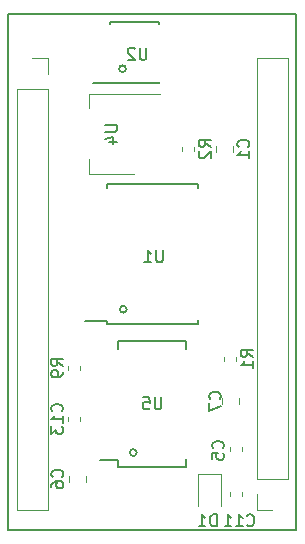
<source format=gbr>
%TF.GenerationSoftware,KiCad,Pcbnew,(5.0.2)-1*%
%TF.CreationDate,2020-12-10T22:03:50+01:00*%
%TF.ProjectId,canduino,63616e64-7569-46e6-9f2e-6b696361645f,rev?*%
%TF.SameCoordinates,Original*%
%TF.FileFunction,Legend,Bot*%
%TF.FilePolarity,Positive*%
%FSLAX46Y46*%
G04 Gerber Fmt 4.6, Leading zero omitted, Abs format (unit mm)*
G04 Created by KiCad (PCBNEW (5.0.2)-1) date 10.12.2020 22:03:50*
%MOMM*%
%LPD*%
G01*
G04 APERTURE LIST*
%ADD10C,0.200000*%
%ADD11C,0.120000*%
%ADD12C,0.150000*%
G04 APERTURE END LIST*
D10*
X86659753Y-68148200D02*
G75*
G03X86659753Y-68148200I-290594J0D01*
G01*
X86723253Y-88506300D02*
G75*
G03X86723253Y-88506300I-290594J0D01*
G01*
X87561453Y-100647500D02*
G75*
G03X87561453Y-100647500I-290594J0D01*
G01*
X76708000Y-63500000D02*
X101092000Y-63500000D01*
X76708000Y-107188000D02*
X76708000Y-63500000D01*
X101092000Y-107188000D02*
X76708000Y-107188000D01*
X101092000Y-63500000D02*
X101092000Y-107188000D01*
D11*
X97730000Y-105470000D02*
X99060000Y-105470000D01*
X97730000Y-104140000D02*
X97730000Y-105470000D01*
X97730000Y-102870000D02*
X100390000Y-102870000D01*
X100390000Y-102870000D02*
X100390000Y-67250000D01*
X97730000Y-102870000D02*
X97730000Y-67250000D01*
X97730000Y-67250000D02*
X100390000Y-67250000D01*
X80070000Y-105470000D02*
X77410000Y-105470000D01*
X80070000Y-69850000D02*
X80070000Y-105470000D01*
X77410000Y-69850000D02*
X77410000Y-105470000D01*
X80070000Y-69850000D02*
X77410000Y-69850000D01*
X80070000Y-68580000D02*
X80070000Y-67250000D01*
X80070000Y-67250000D02*
X78740000Y-67250000D01*
X95706000Y-75188578D02*
X95706000Y-74671422D01*
X94286000Y-75188578D02*
X94286000Y-74671422D01*
X96522000Y-100518279D02*
X96522000Y-100192721D01*
X95502000Y-100518279D02*
X95502000Y-100192721D01*
X81840000Y-102611422D02*
X81840000Y-103128578D01*
X83260000Y-102611422D02*
X83260000Y-103128578D01*
X96214000Y-96007422D02*
X96214000Y-96524578D01*
X94794000Y-96007422D02*
X94794000Y-96524578D01*
X95502000Y-103977221D02*
X95502000Y-104302779D01*
X96522000Y-103977221D02*
X96522000Y-104302779D01*
X82806000Y-97627221D02*
X82806000Y-97952779D01*
X81786000Y-97627221D02*
X81786000Y-97952779D01*
X92766000Y-105140000D02*
X92766000Y-102455000D01*
X92766000Y-102455000D02*
X94686000Y-102455000D01*
X94686000Y-102455000D02*
X94686000Y-105140000D01*
X94994000Y-92872779D02*
X94994000Y-92547221D01*
X96014000Y-92872779D02*
X96014000Y-92547221D01*
X92458000Y-75092779D02*
X92458000Y-74767221D01*
X91438000Y-75092779D02*
X91438000Y-74767221D01*
X81786000Y-93309221D02*
X81786000Y-93634779D01*
X82806000Y-93309221D02*
X82806000Y-93634779D01*
D12*
X85025000Y-89770000D02*
X85025000Y-89520000D01*
X92775000Y-89770000D02*
X92775000Y-89425000D01*
X92775000Y-77870000D02*
X92775000Y-78215000D01*
X85025000Y-77870000D02*
X85025000Y-78215000D01*
X85025000Y-89770000D02*
X92775000Y-89770000D01*
X85025000Y-77870000D02*
X92775000Y-77870000D01*
X85025000Y-89520000D02*
X83200000Y-89520000D01*
X85301000Y-69377000D02*
X85301000Y-69327000D01*
X89451000Y-69377000D02*
X89451000Y-69232000D01*
X89451000Y-64227000D02*
X89451000Y-64372000D01*
X85301000Y-64227000D02*
X85301000Y-64372000D01*
X85301000Y-69377000D02*
X89451000Y-69377000D01*
X85301000Y-64227000D02*
X89451000Y-64227000D01*
X85301000Y-69327000D02*
X83901000Y-69327000D01*
D11*
X83561000Y-77070000D02*
X83561000Y-75810000D01*
X83561000Y-70250000D02*
X83561000Y-71510000D01*
X87321000Y-77070000D02*
X83561000Y-77070000D01*
X89571000Y-70250000D02*
X83561000Y-70250000D01*
D12*
X86025000Y-101845000D02*
X86025000Y-101270000D01*
X91775000Y-101845000D02*
X91775000Y-101195000D01*
X91775000Y-91195000D02*
X91775000Y-91845000D01*
X86025000Y-91195000D02*
X86025000Y-91845000D01*
X86025000Y-101845000D02*
X91775000Y-101845000D01*
X86025000Y-91195000D02*
X91775000Y-91195000D01*
X86025000Y-101270000D02*
X84425000Y-101270000D01*
X97003142Y-74763333D02*
X97050761Y-74715714D01*
X97098380Y-74572857D01*
X97098380Y-74477619D01*
X97050761Y-74334761D01*
X96955523Y-74239523D01*
X96860285Y-74191904D01*
X96669809Y-74144285D01*
X96526952Y-74144285D01*
X96336476Y-74191904D01*
X96241238Y-74239523D01*
X96146000Y-74334761D01*
X96098380Y-74477619D01*
X96098380Y-74572857D01*
X96146000Y-74715714D01*
X96193619Y-74763333D01*
X97098380Y-75715714D02*
X97098380Y-75144285D01*
X97098380Y-75430000D02*
X96098380Y-75430000D01*
X96241238Y-75334761D01*
X96336476Y-75239523D01*
X96384095Y-75144285D01*
X94845142Y-100290333D02*
X94892761Y-100242714D01*
X94940380Y-100099857D01*
X94940380Y-100004619D01*
X94892761Y-99861761D01*
X94797523Y-99766523D01*
X94702285Y-99718904D01*
X94511809Y-99671285D01*
X94368952Y-99671285D01*
X94178476Y-99718904D01*
X94083238Y-99766523D01*
X93988000Y-99861761D01*
X93940380Y-100004619D01*
X93940380Y-100099857D01*
X93988000Y-100242714D01*
X94035619Y-100290333D01*
X93940380Y-101195095D02*
X93940380Y-100718904D01*
X94416571Y-100671285D01*
X94368952Y-100718904D01*
X94321333Y-100814142D01*
X94321333Y-101052238D01*
X94368952Y-101147476D01*
X94416571Y-101195095D01*
X94511809Y-101242714D01*
X94749904Y-101242714D01*
X94845142Y-101195095D01*
X94892761Y-101147476D01*
X94940380Y-101052238D01*
X94940380Y-100814142D01*
X94892761Y-100718904D01*
X94845142Y-100671285D01*
X81257142Y-102703333D02*
X81304761Y-102655714D01*
X81352380Y-102512857D01*
X81352380Y-102417619D01*
X81304761Y-102274761D01*
X81209523Y-102179523D01*
X81114285Y-102131904D01*
X80923809Y-102084285D01*
X80780952Y-102084285D01*
X80590476Y-102131904D01*
X80495238Y-102179523D01*
X80400000Y-102274761D01*
X80352380Y-102417619D01*
X80352380Y-102512857D01*
X80400000Y-102655714D01*
X80447619Y-102703333D01*
X80352380Y-103560476D02*
X80352380Y-103370000D01*
X80400000Y-103274761D01*
X80447619Y-103227142D01*
X80590476Y-103131904D01*
X80780952Y-103084285D01*
X81161904Y-103084285D01*
X81257142Y-103131904D01*
X81304761Y-103179523D01*
X81352380Y-103274761D01*
X81352380Y-103465238D01*
X81304761Y-103560476D01*
X81257142Y-103608095D01*
X81161904Y-103655714D01*
X80923809Y-103655714D01*
X80828571Y-103608095D01*
X80780952Y-103560476D01*
X80733333Y-103465238D01*
X80733333Y-103274761D01*
X80780952Y-103179523D01*
X80828571Y-103131904D01*
X80923809Y-103084285D01*
X94591142Y-96099333D02*
X94638761Y-96051714D01*
X94686380Y-95908857D01*
X94686380Y-95813619D01*
X94638761Y-95670761D01*
X94543523Y-95575523D01*
X94448285Y-95527904D01*
X94257809Y-95480285D01*
X94114952Y-95480285D01*
X93924476Y-95527904D01*
X93829238Y-95575523D01*
X93734000Y-95670761D01*
X93686380Y-95813619D01*
X93686380Y-95908857D01*
X93734000Y-96051714D01*
X93781619Y-96099333D01*
X93686380Y-96432666D02*
X93686380Y-97099333D01*
X94686380Y-96670761D01*
X96908857Y-106783142D02*
X96956476Y-106830761D01*
X97099333Y-106878380D01*
X97194571Y-106878380D01*
X97337428Y-106830761D01*
X97432666Y-106735523D01*
X97480285Y-106640285D01*
X97527904Y-106449809D01*
X97527904Y-106306952D01*
X97480285Y-106116476D01*
X97432666Y-106021238D01*
X97337428Y-105926000D01*
X97194571Y-105878380D01*
X97099333Y-105878380D01*
X96956476Y-105926000D01*
X96908857Y-105973619D01*
X95956476Y-106878380D02*
X96527904Y-106878380D01*
X96242190Y-106878380D02*
X96242190Y-105878380D01*
X96337428Y-106021238D01*
X96432666Y-106116476D01*
X96527904Y-106164095D01*
X95004095Y-106878380D02*
X95575523Y-106878380D01*
X95289809Y-106878380D02*
X95289809Y-105878380D01*
X95385047Y-106021238D01*
X95480285Y-106116476D01*
X95575523Y-106164095D01*
X81223142Y-97147142D02*
X81270761Y-97099523D01*
X81318380Y-96956666D01*
X81318380Y-96861428D01*
X81270761Y-96718571D01*
X81175523Y-96623333D01*
X81080285Y-96575714D01*
X80889809Y-96528095D01*
X80746952Y-96528095D01*
X80556476Y-96575714D01*
X80461238Y-96623333D01*
X80366000Y-96718571D01*
X80318380Y-96861428D01*
X80318380Y-96956666D01*
X80366000Y-97099523D01*
X80413619Y-97147142D01*
X81318380Y-98099523D02*
X81318380Y-97528095D01*
X81318380Y-97813809D02*
X80318380Y-97813809D01*
X80461238Y-97718571D01*
X80556476Y-97623333D01*
X80604095Y-97528095D01*
X80318380Y-98432857D02*
X80318380Y-99051904D01*
X80699333Y-98718571D01*
X80699333Y-98861428D01*
X80746952Y-98956666D01*
X80794571Y-99004285D01*
X80889809Y-99051904D01*
X81127904Y-99051904D01*
X81223142Y-99004285D01*
X81270761Y-98956666D01*
X81318380Y-98861428D01*
X81318380Y-98575714D01*
X81270761Y-98480476D01*
X81223142Y-98432857D01*
X94337095Y-106878380D02*
X94337095Y-105878380D01*
X94099000Y-105878380D01*
X93956142Y-105926000D01*
X93860904Y-106021238D01*
X93813285Y-106116476D01*
X93765666Y-106306952D01*
X93765666Y-106449809D01*
X93813285Y-106640285D01*
X93860904Y-106735523D01*
X93956142Y-106830761D01*
X94099000Y-106878380D01*
X94337095Y-106878380D01*
X92813285Y-106878380D02*
X93384714Y-106878380D01*
X93099000Y-106878380D02*
X93099000Y-105878380D01*
X93194238Y-106021238D01*
X93289476Y-106116476D01*
X93384714Y-106164095D01*
X97386380Y-92543333D02*
X96910190Y-92210000D01*
X97386380Y-91971904D02*
X96386380Y-91971904D01*
X96386380Y-92352857D01*
X96434000Y-92448095D01*
X96481619Y-92495714D01*
X96576857Y-92543333D01*
X96719714Y-92543333D01*
X96814952Y-92495714D01*
X96862571Y-92448095D01*
X96910190Y-92352857D01*
X96910190Y-91971904D01*
X97386380Y-93495714D02*
X97386380Y-92924285D01*
X97386380Y-93210000D02*
X96386380Y-93210000D01*
X96529238Y-93114761D01*
X96624476Y-93019523D01*
X96672095Y-92924285D01*
X93830380Y-74763333D02*
X93354190Y-74430000D01*
X93830380Y-74191904D02*
X92830380Y-74191904D01*
X92830380Y-74572857D01*
X92878000Y-74668095D01*
X92925619Y-74715714D01*
X93020857Y-74763333D01*
X93163714Y-74763333D01*
X93258952Y-74715714D01*
X93306571Y-74668095D01*
X93354190Y-74572857D01*
X93354190Y-74191904D01*
X92925619Y-75144285D02*
X92878000Y-75191904D01*
X92830380Y-75287142D01*
X92830380Y-75525238D01*
X92878000Y-75620476D01*
X92925619Y-75668095D01*
X93020857Y-75715714D01*
X93116095Y-75715714D01*
X93258952Y-75668095D01*
X93830380Y-75096666D01*
X93830380Y-75715714D01*
X81318380Y-93305333D02*
X80842190Y-92972000D01*
X81318380Y-92733904D02*
X80318380Y-92733904D01*
X80318380Y-93114857D01*
X80366000Y-93210095D01*
X80413619Y-93257714D01*
X80508857Y-93305333D01*
X80651714Y-93305333D01*
X80746952Y-93257714D01*
X80794571Y-93210095D01*
X80842190Y-93114857D01*
X80842190Y-92733904D01*
X81318380Y-93781523D02*
X81318380Y-93972000D01*
X81270761Y-94067238D01*
X81223142Y-94114857D01*
X81080285Y-94210095D01*
X80889809Y-94257714D01*
X80508857Y-94257714D01*
X80413619Y-94210095D01*
X80366000Y-94162476D01*
X80318380Y-94067238D01*
X80318380Y-93876761D01*
X80366000Y-93781523D01*
X80413619Y-93733904D01*
X80508857Y-93686285D01*
X80746952Y-93686285D01*
X80842190Y-93733904D01*
X80889809Y-93781523D01*
X80937428Y-93876761D01*
X80937428Y-94067238D01*
X80889809Y-94162476D01*
X80842190Y-94210095D01*
X80746952Y-94257714D01*
X89788904Y-83526380D02*
X89788904Y-84335904D01*
X89741285Y-84431142D01*
X89693666Y-84478761D01*
X89598428Y-84526380D01*
X89407952Y-84526380D01*
X89312714Y-84478761D01*
X89265095Y-84431142D01*
X89217476Y-84335904D01*
X89217476Y-83526380D01*
X88217476Y-84526380D02*
X88788904Y-84526380D01*
X88503190Y-84526380D02*
X88503190Y-83526380D01*
X88598428Y-83669238D01*
X88693666Y-83764476D01*
X88788904Y-83812095D01*
X88391904Y-66381380D02*
X88391904Y-67190904D01*
X88344285Y-67286142D01*
X88296666Y-67333761D01*
X88201428Y-67381380D01*
X88010952Y-67381380D01*
X87915714Y-67333761D01*
X87868095Y-67286142D01*
X87820476Y-67190904D01*
X87820476Y-66381380D01*
X87391904Y-66476619D02*
X87344285Y-66429000D01*
X87249047Y-66381380D01*
X87010952Y-66381380D01*
X86915714Y-66429000D01*
X86868095Y-66476619D01*
X86820476Y-66571857D01*
X86820476Y-66667095D01*
X86868095Y-66809952D01*
X87439523Y-67381380D01*
X86820476Y-67381380D01*
X84923380Y-72898095D02*
X85732904Y-72898095D01*
X85828142Y-72945714D01*
X85875761Y-72993333D01*
X85923380Y-73088571D01*
X85923380Y-73279047D01*
X85875761Y-73374285D01*
X85828142Y-73421904D01*
X85732904Y-73469523D01*
X84923380Y-73469523D01*
X85256714Y-74374285D02*
X85923380Y-74374285D01*
X84875761Y-74136190D02*
X85590047Y-73898095D01*
X85590047Y-74517142D01*
X89661904Y-95972380D02*
X89661904Y-96781904D01*
X89614285Y-96877142D01*
X89566666Y-96924761D01*
X89471428Y-96972380D01*
X89280952Y-96972380D01*
X89185714Y-96924761D01*
X89138095Y-96877142D01*
X89090476Y-96781904D01*
X89090476Y-95972380D01*
X88138095Y-95972380D02*
X88614285Y-95972380D01*
X88661904Y-96448571D01*
X88614285Y-96400952D01*
X88519047Y-96353333D01*
X88280952Y-96353333D01*
X88185714Y-96400952D01*
X88138095Y-96448571D01*
X88090476Y-96543809D01*
X88090476Y-96781904D01*
X88138095Y-96877142D01*
X88185714Y-96924761D01*
X88280952Y-96972380D01*
X88519047Y-96972380D01*
X88614285Y-96924761D01*
X88661904Y-96877142D01*
M02*

</source>
